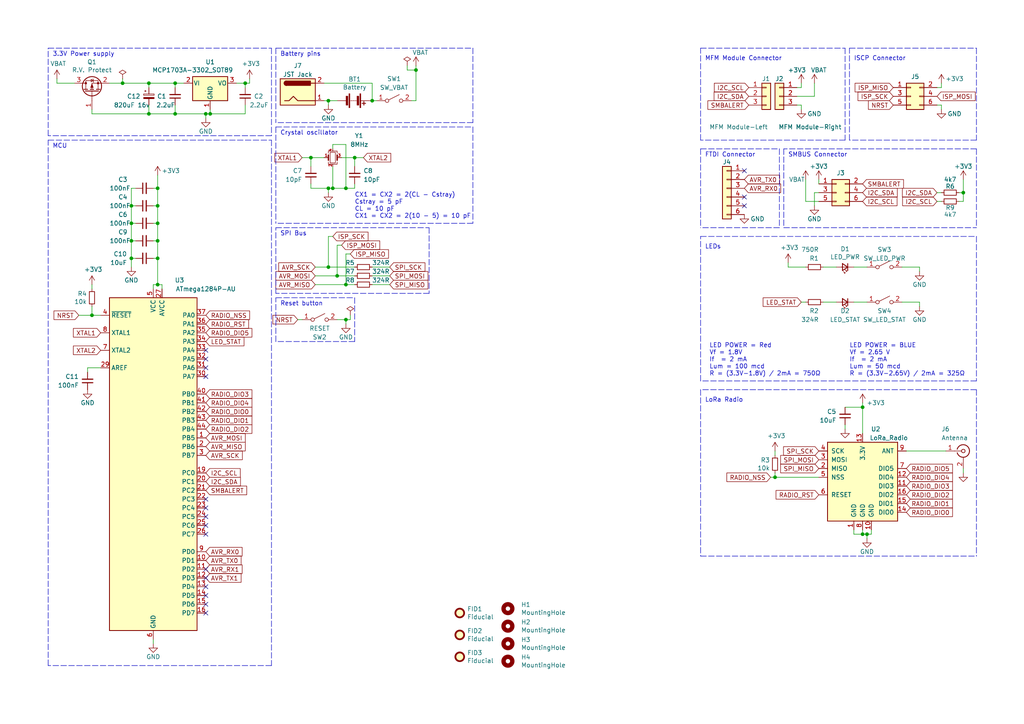
<source format=kicad_sch>
(kicad_sch (version 20211123) (generator eeschema)
  (paper "A4")
  (title_block (title "MFM Brain board") (date "2021-10-23") (rev "v3.6") (company "Senwize B.V."))
  (junction (at 224.79 138.43))
  (junction (at 43.18 33.02))
  (junction (at 96.52 54.61))
  (junction (at 100.33 82.55))
  (junction (at 100.33 54.61))
  (junction (at 43.18 24.13))
  (junction (at 38.1 64.77))
  (junction (at 95.25 54.61))
  (junction (at 38.1 74.93))
  (junction (at 250.19 154.94))
  (junction (at 250.19 118.11))
  (junction (at 50.8 24.13))
  (junction (at 50.8 33.02))
  (junction (at 251.46 154.94))
  (junction (at 45.72 54.61))
  (junction (at 90.17 45.72))
  (junction (at 38.1 69.85))
  (junction (at 102.87 45.72))
  (junction (at 59.69 33.02))
  (junction (at 60.96 33.02))
  (junction (at 45.72 69.85))
  (junction (at 120.65 20.32))
  (junction (at 71.12 24.13))
  (junction (at 45.72 82.55))
  (junction (at 95.25 77.47))
  (junction (at 97.79 80.01))
  (junction (at 35.56 24.13))
  (junction (at 26.67 91.44))
  (junction (at 100.33 92.71))
  (junction (at 45.72 64.77))
  (junction (at 45.72 74.93))
  (junction (at 38.1 59.69))
  (junction (at 279.4 55.88))
  (junction (at 45.72 59.69))
  (junction (at 95.25 29.21))
  (junction (at 107.95 29.21))
  (no_connect (at 215.9 49.53))
  (no_connect (at 59.69 101.6))
  (no_connect (at 59.69 104.14))
  (no_connect (at 59.69 147.32))
  (no_connect (at 59.69 109.22))
  (no_connect (at 215.9 57.15))
  (no_connect (at 59.69 165.1))
  (no_connect (at 59.69 175.26))
  (no_connect (at 59.69 170.18))
  (no_connect (at 59.69 177.8))
  (no_connect (at 59.69 149.86))
  (no_connect (at 215.9 59.69))
  (no_connect (at 59.69 167.64))
  (no_connect (at 59.69 154.94))
  (no_connect (at 59.69 106.68))
  (no_connect (at 59.69 172.72))
  (no_connect (at 59.69 152.4))
  (no_connect (at 59.69 144.78))
  (wire (pts (xy 95.25 77.47) (xy 102.87 77.47)))
  (polyline (pts (xy 80.01 36.83) (xy 80.01 64.77)))
  (wire (pts (xy 45.72 82.55) (xy 46.99 82.55)))
  (wire (pts (xy 107.95 24.13) (xy 107.95 29.21)))
  (wire (pts (xy 261.62 77.47) (xy 266.7 77.47)))
  (wire (pts (xy 236.22 27.94) (xy 236.22 24.13)))
  (polyline (pts (xy 124.46 85.09) (xy 80.01 85.09)))
  (wire (pts (xy 16.51 24.13) (xy 21.59 24.13)))
  (wire (pts (xy 102.87 53.34) (xy 102.87 54.61)))
  (polyline (pts (xy 203.2 13.97) (xy 245.11 13.97)))
  (polyline (pts (xy 80.01 99.06) (xy 80.01 86.36)))
  (wire (pts (xy 232.41 25.4) (xy 231.14 25.4)))
  (wire (pts (xy 100.33 73.66) (xy 100.33 82.55)))
  (wire (pts (xy 93.98 24.13) (xy 107.95 24.13)))
  (wire (pts (xy 102.87 45.72) (xy 102.87 48.26)))
  (wire (pts (xy 45.72 59.69) (xy 44.45 59.69)))
  (wire (pts (xy 38.1 54.61) (xy 38.1 59.69)))
  (wire (pts (xy 252.73 154.94) (xy 252.73 153.67)))
  (wire (pts (xy 224.79 137.16) (xy 224.79 138.43)))
  (wire (pts (xy 50.8 30.48) (xy 50.8 33.02)))
  (wire (pts (xy 271.78 25.4) (xy 273.05 25.4)))
  (wire (pts (xy 39.37 54.61) (xy 38.1 54.61)))
  (wire (pts (xy 45.72 74.93) (xy 45.72 82.55)))
  (wire (pts (xy 105.41 45.72) (xy 102.87 45.72)))
  (wire (pts (xy 271.78 30.48) (xy 273.05 30.48)))
  (wire (pts (xy 59.69 33.02) (xy 60.96 33.02)))
  (polyline (pts (xy 102.87 99.06) (xy 80.01 99.06)))
  (wire (pts (xy 262.89 130.81) (xy 274.32 130.81)))
  (wire (pts (xy 250.19 154.94) (xy 251.46 154.94)))
  (wire (pts (xy 247.65 87.63) (xy 251.46 87.63)))
  (wire (pts (xy 35.56 22.86) (xy 35.56 24.13)))
  (polyline (pts (xy 283.21 113.03) (xy 203.2 113.03)))
  (wire (pts (xy 26.67 31.75) (xy 26.67 33.02)))
  (wire (pts (xy 120.65 20.32) (xy 120.65 19.05)))
  (wire (pts (xy 44.45 185.42) (xy 44.45 186.69)))
  (polyline (pts (xy 78.74 40.64) (xy 78.74 193.04)))
  (wire (pts (xy 96.52 41.91) (xy 100.33 41.91)))
  (wire (pts (xy 279.4 58.42) (xy 278.13 58.42)))
  (wire (pts (xy 99.06 45.72) (xy 102.87 45.72)))
  (wire (pts (xy 90.17 53.34) (xy 90.17 54.61)))
  (wire (pts (xy 118.11 19.05) (xy 118.11 20.32)))
  (wire (pts (xy 261.62 87.63) (xy 266.7 87.63)))
  (wire (pts (xy 50.8 33.02) (xy 59.69 33.02)))
  (polyline (pts (xy 124.46 66.04) (xy 124.46 85.09)))
  (polyline (pts (xy 13.97 193.04) (xy 13.97 40.64)))
  (polyline (pts (xy 102.87 86.36) (xy 102.87 99.06)))
  (wire (pts (xy 251.46 77.47) (xy 247.65 77.47)))
  (polyline (pts (xy 283.21 68.58) (xy 283.21 110.49)))
  (wire (pts (xy 95.25 54.61) (xy 96.52 54.61)))
  (polyline (pts (xy 203.2 161.29) (xy 283.21 161.29)))
  (polyline (pts (xy 78.74 13.97) (xy 78.74 39.37)))
  (wire (pts (xy 35.56 24.13) (xy 43.18 24.13)))
  (wire (pts (xy 97.79 80.01) (xy 102.87 80.01)))
  (wire (pts (xy 232.41 24.13) (xy 232.41 25.4)))
  (wire (pts (xy 38.1 59.69) (xy 38.1 64.77)))
  (wire (pts (xy 232.41 31.75) (xy 232.41 30.48)))
  (wire (pts (xy 46.99 82.55) (xy 46.99 83.82)))
  (wire (pts (xy 247.65 154.94) (xy 247.65 153.67)))
  (wire (pts (xy 250.19 116.84) (xy 250.19 118.11)))
  (wire (pts (xy 271.78 55.88) (xy 273.05 55.88)))
  (wire (pts (xy 250.19 153.67) (xy 250.19 154.94)))
  (wire (pts (xy 266.7 87.63) (xy 266.7 88.9)))
  (wire (pts (xy 22.86 91.44) (xy 26.67 91.44)))
  (wire (pts (xy 237.49 55.88) (xy 236.22 55.88)))
  (wire (pts (xy 96.52 43.18) (xy 96.52 41.91)))
  (wire (pts (xy 231.14 27.94) (xy 236.22 27.94)))
  (polyline (pts (xy 246.38 40.64) (xy 246.38 13.97)))
  (wire (pts (xy 59.69 33.02) (xy 59.69 34.29)))
  (wire (pts (xy 101.6 91.44) (xy 101.6 92.71)))
  (wire (pts (xy 39.37 74.93) (xy 38.1 74.93)))
  (wire (pts (xy 38.1 69.85) (xy 38.1 74.93)))
  (wire (pts (xy 95.25 29.21) (xy 95.25 30.48)))
  (polyline (pts (xy 80.01 66.04) (xy 124.46 66.04)))
  (wire (pts (xy 97.79 92.71) (xy 100.33 92.71)))
  (wire (pts (xy 93.98 45.72) (xy 90.17 45.72)))
  (wire (pts (xy 119.38 29.21) (xy 120.65 29.21)))
  (wire (pts (xy 279.4 55.88) (xy 278.13 55.88)))
  (polyline (pts (xy 13.97 13.97) (xy 78.74 13.97)))
  (polyline (pts (xy 226.06 66.04) (xy 203.2 66.04)))
  (polyline (pts (xy 80.01 13.97) (xy 137.16 13.97)))
  (wire (pts (xy 26.67 91.44) (xy 29.21 91.44)))
  (wire (pts (xy 43.18 33.02) (xy 50.8 33.02)))
  (wire (pts (xy 251.46 156.21) (xy 251.46 154.94)))
  (wire (pts (xy 224.79 138.43) (xy 223.52 138.43)))
  (polyline (pts (xy 78.74 39.37) (xy 13.97 39.37)))
  (wire (pts (xy 233.68 87.63) (xy 232.41 87.63)))
  (wire (pts (xy 279.4 135.89) (xy 279.4 137.16)))
  (polyline (pts (xy 245.11 13.97) (xy 245.11 40.64)))
  (wire (pts (xy 71.12 30.48) (xy 71.12 33.02)))
  (polyline (pts (xy 203.2 43.18) (xy 203.2 66.04)))
  (wire (pts (xy 224.79 138.43) (xy 237.49 138.43)))
  (wire (pts (xy 279.4 52.07) (xy 279.4 55.88)))
  (wire (pts (xy 273.05 30.48) (xy 273.05 31.75)))
  (wire (pts (xy 107.95 77.47) (xy 113.03 77.47)))
  (wire (pts (xy 16.51 22.86) (xy 16.51 24.13)))
  (wire (pts (xy 90.17 54.61) (xy 95.25 54.61)))
  (wire (pts (xy 44.45 64.77) (xy 45.72 64.77)))
  (polyline (pts (xy 137.16 36.83) (xy 137.16 64.77)))
  (wire (pts (xy 97.79 71.12) (xy 97.79 80.01)))
  (wire (pts (xy 100.33 73.66) (xy 101.6 73.66)))
  (wire (pts (xy 238.76 87.63) (xy 242.57 87.63)))
  (wire (pts (xy 44.45 54.61) (xy 45.72 54.61)))
  (polyline (pts (xy 80.01 86.36) (xy 102.87 86.36)))
  (wire (pts (xy 120.65 20.32) (xy 120.65 29.21)))
  (wire (pts (xy 95.25 55.88) (xy 95.25 54.61)))
  (wire (pts (xy 245.11 123.19) (xy 245.11 124.46)))
  (wire (pts (xy 44.45 74.93) (xy 45.72 74.93)))
  (wire (pts (xy 228.6 76.2) (xy 228.6 77.47)))
  (polyline (pts (xy 203.2 43.18) (xy 226.06 43.18)))
  (wire (pts (xy 251.46 154.94) (xy 252.73 154.94)))
  (polyline (pts (xy 245.11 40.64) (xy 203.2 40.64)))
  (wire (pts (xy 273.05 25.4) (xy 273.05 24.13)))
  (wire (pts (xy 250.19 154.94) (xy 247.65 154.94)))
  (wire (pts (xy 90.17 45.72) (xy 90.17 48.26)))
  (wire (pts (xy 25.4 106.68) (xy 25.4 107.95)))
  (wire (pts (xy 38.1 64.77) (xy 38.1 69.85)))
  (wire (pts (xy 43.18 24.13) (xy 50.8 24.13)))
  (wire (pts (xy 90.17 45.72) (xy 87.63 45.72)))
  (polyline (pts (xy 227.33 66.04) (xy 283.21 66.04)))
  (wire (pts (xy 96.52 54.61) (xy 100.33 54.61)))
  (wire (pts (xy 228.6 77.47) (xy 233.68 77.47)))
  (wire (pts (xy 100.33 54.61) (xy 102.87 54.61)))
  (wire (pts (xy 38.1 64.77) (xy 39.37 64.77)))
  (wire (pts (xy 100.33 41.91) (xy 100.33 54.61)))
  (wire (pts (xy 96.52 68.58) (xy 95.25 68.58)))
  (wire (pts (xy 45.72 54.61) (xy 45.72 59.69)))
  (wire (pts (xy 266.7 77.47) (xy 266.7 78.74)))
  (wire (pts (xy 72.39 24.13) (xy 72.39 22.86)))
  (wire (pts (xy 120.65 20.32) (xy 118.11 20.32)))
  (wire (pts (xy 50.8 24.13) (xy 50.8 25.4)))
  (wire (pts (xy 237.49 58.42) (xy 233.68 58.42)))
  (wire (pts (xy 25.4 106.68) (xy 29.21 106.68)))
  (wire (pts (xy 44.45 69.85) (xy 45.72 69.85)))
  (polyline (pts (xy 203.2 113.03) (xy 203.2 161.29)))
  (wire (pts (xy 53.34 24.13) (xy 50.8 24.13)))
  (wire (pts (xy 45.72 69.85) (xy 45.72 74.93)))
  (wire (pts (xy 68.58 24.13) (xy 71.12 24.13)))
  (polyline (pts (xy 80.01 85.09) (xy 80.01 66.04)))
  (wire (pts (xy 250.19 118.11) (xy 250.19 125.73)))
  (wire (pts (xy 100.33 92.71) (xy 100.33 93.98)))
  (polyline (pts (xy 283.21 40.64) (xy 246.38 40.64)))
  (wire (pts (xy 43.18 25.4) (xy 43.18 24.13)))
  (wire (pts (xy 91.44 80.01) (xy 97.79 80.01)))
  (polyline (pts (xy 283.21 113.03) (xy 283.21 161.29)))
  (polyline (pts (xy 13.97 40.64) (xy 78.74 40.64)))
  (polyline (pts (xy 78.74 193.04) (xy 13.97 193.04)))
  (wire (pts (xy 232.41 30.48) (xy 231.14 30.48)))
  (wire (pts (xy 44.45 82.55) (xy 45.72 82.55)))
  (wire (pts (xy 86.36 92.71) (xy 87.63 92.71)))
  (wire (pts (xy 91.44 77.47) (xy 95.25 77.47)))
  (polyline (pts (xy 203.2 110.49) (xy 203.2 68.58)))
  (wire (pts (xy 279.4 55.88) (xy 279.4 58.42)))
  (polyline (pts (xy 283.21 13.97) (xy 283.21 40.64)))
  (wire (pts (xy 31.75 24.13) (xy 35.56 24.13)))
  (wire (pts (xy 45.72 64.77) (xy 45.72 69.85)))
  (polyline (pts (xy 80.01 36.83) (xy 137.16 36.83)))
  (polyline (pts (xy 227.33 43.18) (xy 227.33 66.04)))
  (polyline (pts (xy 137.16 64.77) (xy 80.01 64.77)))
  (wire (pts (xy 45.72 64.77) (xy 45.72 59.69)))
  (polyline (pts (xy 137.16 35.56) (xy 80.01 35.56)))
  (wire (pts (xy 245.11 118.11) (xy 250.19 118.11)))
  (wire (pts (xy 107.95 82.55) (xy 113.03 82.55)))
  (wire (pts (xy 96.52 48.26) (xy 96.52 54.61)))
  (polyline (pts (xy 283.21 110.49) (xy 203.2 110.49)))
  (wire (pts (xy 271.78 58.42) (xy 273.05 58.42)))
  (wire (pts (xy 93.98 29.21) (xy 95.25 29.21)))
  (wire (pts (xy 109.22 29.21) (xy 107.95 29.21)))
  (wire (pts (xy 242.57 77.47) (xy 238.76 77.47)))
  (polyline (pts (xy 80.01 13.97) (xy 80.01 35.56)))
  (polyline (pts (xy 283.21 43.18) (xy 227.33 43.18)))
  (wire (pts (xy 38.1 74.93) (xy 38.1 77.47)))
  (wire (pts (xy 39.37 59.69) (xy 38.1 59.69)))
  (polyline (pts (xy 283.21 43.18) (xy 283.21 66.04)))
  (wire (pts (xy 71.12 24.13) (xy 72.39 24.13)))
  (polyline (pts (xy 13.97 39.37) (xy 13.97 13.97)))
  (polyline (pts (xy 203.2 68.58) (xy 283.21 68.58)))
  (wire (pts (xy 100.33 82.55) (xy 102.87 82.55)))
  (wire (pts (xy 237.49 52.07) (xy 237.49 53.34)))
  (wire (pts (xy 99.06 71.12) (xy 97.79 71.12)))
  (polyline (pts (xy 137.16 13.97) (xy 137.16 35.56)))
  (wire (pts (xy 39.37 69.85) (xy 38.1 69.85)))
  (wire (pts (xy 60.96 33.02) (xy 71.12 33.02)))
  (polyline (pts (xy 246.38 13.97) (xy 283.21 13.97)))
  (wire (pts (xy 44.45 83.82) (xy 44.45 82.55)))
  (wire (pts (xy 71.12 24.13) (xy 71.12 25.4)))
  (wire (pts (xy 113.03 80.01) (xy 107.95 80.01)))
  (wire (pts (xy 60.96 33.02) (xy 60.96 31.75)))
  (wire (pts (xy 26.67 82.55) (xy 26.67 83.82)))
  (wire (pts (xy 26.67 33.02) (xy 43.18 33.02)))
  (wire (pts (xy 26.67 88.9) (xy 26.67 91.44)))
  (wire (pts (xy 95.25 29.21) (xy 97.79 29.21)))
  (polyline (pts (xy 226.06 43.18) (xy 226.06 66.04)))
  (wire (pts (xy 101.6 92.71) (xy 100.33 92.71)))
  (wire (pts (xy 233.68 52.07) (xy 233.68 58.42)))
  (polyline (pts (xy 203.2 40.64) (xy 203.2 13.97)))
  (wire (pts (xy 45.72 50.8) (xy 45.72 54.61)))
  (wire (pts (xy 43.18 30.48) (xy 43.18 33.02)))
  (wire (pts (xy 91.44 82.55) (xy 100.33 82.55)))
  (wire (pts (xy 95.25 68.58) (xy 95.25 77.47)))
  (wire (pts (xy 224.79 130.81) (xy 224.79 132.08)))
  (wire (pts (xy 236.22 55.88) (xy 236.22 59.69)))
  (text "LED POWER = BLUE\nVf = 2.65 V\nIf  = 2 mA\nLum = 50 mcd\nR = (3.3V-2.65V) / 2mA = 325Ω" (at 246.38 109.22 0) (effects (font (size 1.27 1.27)) (justify left bottom)))
  (text "LEDs" (at 204.47 72.39 0) (effects (font (size 1.27 1.27)) (justify left bottom)))
  (text "3.3V Power supply" (at 15.24 16.51 0) (effects (font (size 1.27 1.27)) (justify left bottom)))
  (text "SPI Bus" (at 81.28 68.58 0) (effects (font (size 1.27 1.27)) (justify left bottom)))
  (text "LoRa Radio" (at 204.47 116.84 0) (effects (font (size 1.27 1.27)) (justify left bottom)))
  (text "Crystal oscillator" (at 81.28 39.37 0) (effects (font (size 1.27 1.27)) (justify left bottom)))
  (text "ISCP Connector" (at 247.65 17.78 0) (effects (font (size 1.27 1.27)) (justify left bottom)))
  (text "CX1 = CX2 = 2(CL - Cstray)\nCstray = 5 pF\nCL = 10 pF\nCX1 = CX2 = 2(10 - 5) = 10 pF" (at 102.87 63.5 0) (effects (font (size 1.27 1.27)) (justify left bottom)))
  (text "Battery pins" (at 81.28 16.51 0) (effects (font (size 1.27 1.27)) (justify left bottom)))
  (text "Reset button" (at 81.28 88.9 0) (effects (font (size 1.27 1.27)) (justify left bottom)))
  (text "FTDI Connector" (at 204.47 45.72 0) (effects (font (size 1.27 1.27)) (justify left bottom)))
  (text "LED POWER = Red\nVf = 1.8V\nIf  = 2 mA\nLum = 100 mcd\nR = (3.3V-1.8V) / 2mA = 750Ω" (at 205.74 109.22 0) (effects (font (size 1.27 1.27)) (justify left bottom)))
  (text "SMBUS Connector" (at 228.6 45.72 0) (effects (font (size 1.27 1.27)) (justify left bottom)))
  (text "MCU" (at 15.24 43.18 0) (effects (font (size 1.27 1.27)) (justify left bottom)))
  (text "MFM Module Connector" (at 204.47 17.78 0) (effects (font (size 1.27 1.27)) (justify left bottom)))
  (global_label "ISP_SCK" (shape input) (at 259.08 27.94 180) (property "Intersheet References" "${INTERSHEET_REFS}" (effects hide)))
  (global_label "SPI_MOSI" (shape input) (at 113.03 80.01 0) (property "Intersheet References" "${INTERSHEET_REFS}" (effects hide)))
  (global_label "XTAL1" (shape input) (at 29.21 96.52 180) (property "Intersheet References" "${INTERSHEET_REFS}" (effects hide)))
  (global_label "I2C_SCL" (shape input) (at 271.78 58.42 180) (property "Intersheet References" "${INTERSHEET_REFS}" (effects hide)))
  (global_label "AVR_RX0" (shape input) (at 215.9 54.61 0) (property "Intersheet References" "${INTERSHEET_REFS}" (effects hide)))
  (global_label "RADIO_DIO5" (shape input) (at 262.89 135.89 0) (property "Intersheet References" "${INTERSHEET_REFS}" (effects hide)))
  (global_label "I2C_SDA" (shape input) (at 59.69 139.7 0) (property "Intersheet References" "${INTERSHEET_REFS}" (effects hide)))
  (global_label "ISP_MOSI" (shape input) (at 99.06 71.12 0) (property "Intersheet References" "${INTERSHEET_REFS}" (effects hide)))
  (global_label "NRST" (shape input) (at 86.36 92.71 180) (property "Intersheet References" "${INTERSHEET_REFS}" (effects hide)))
  (global_label "RADIO_NSS" (shape input) (at 59.69 91.44 0) (property "Intersheet References" "${INTERSHEET_REFS}" (effects hide)))
  (global_label "LED_STAT" (shape input) (at 59.69 99.06 0) (property "Intersheet References" "${INTERSHEET_REFS}" (effects hide)))
  (global_label "RADIO_DIO5" (shape input) (at 59.69 96.52 0) (property "Intersheet References" "${INTERSHEET_REFS}" (effects hide)))
  (global_label "ISP_MISO" (shape input) (at 259.08 25.4 180) (property "Intersheet References" "${INTERSHEET_REFS}" (effects hide)))
  (global_label "RADIO_NSS" (shape input) (at 223.52 138.43 180) (property "Intersheet References" "${INTERSHEET_REFS}" (effects hide)))
  (global_label "SMBALERT" (shape input) (at 250.19 53.34 0) (property "Intersheet References" "${INTERSHEET_REFS}" (effects hide)))
  (global_label "SMBALERT" (shape input) (at 217.17 30.48 180) (property "Intersheet References" "${INTERSHEET_REFS}" (effects hide)))
  (global_label "AVR_TX0" (shape input) (at 215.9 52.07 0) (property "Intersheet References" "${INTERSHEET_REFS}" (effects hide)))
  (global_label "RADIO_DIO2" (shape input) (at 59.69 124.46 0) (property "Intersheet References" "${INTERSHEET_REFS}" (effects hide)))
  (global_label "ISP_MISO" (shape input) (at 101.6 73.66 0) (property "Intersheet References" "${INTERSHEET_REFS}" (effects hide)))
  (global_label "XTAL2" (shape input) (at 29.21 101.6 180) (property "Intersheet References" "${INTERSHEET_REFS}" (effects hide)))
  (global_label "RADIO_RST" (shape input) (at 237.49 143.51 180) (property "Intersheet References" "${INTERSHEET_REFS}" (effects hide)))
  (global_label "RADIO_DIO3" (shape input) (at 59.69 114.3 0) (property "Intersheet References" "${INTERSHEET_REFS}" (effects hide)))
  (global_label "RADIO_DIO3" (shape input) (at 262.89 140.97 0) (property "Intersheet References" "${INTERSHEET_REFS}" (effects hide)))
  (global_label "AVR_MISO" (shape input) (at 91.44 82.55 180) (property "Intersheet References" "${INTERSHEET_REFS}" (effects hide)))
  (global_label "RADIO_DIO2" (shape input) (at 262.89 143.51 0) (property "Intersheet References" "${INTERSHEET_REFS}" (effects hide)))
  (global_label "AVR_RX1" (shape input) (at 59.69 165.1 0) (property "Intersheet References" "${INTERSHEET_REFS}" (effects hide)))
  (global_label "RADIO_DIO0" (shape input) (at 262.89 148.59 0) (property "Intersheet References" "${INTERSHEET_REFS}" (effects hide)))
  (global_label "AVR_MOSI" (shape input) (at 91.44 80.01 180) (property "Intersheet References" "${INTERSHEET_REFS}" (effects hide)))
  (global_label "XTAL1" (shape input) (at 87.63 45.72 180) (property "Intersheet References" "${INTERSHEET_REFS}" (effects hide)))
  (global_label "SPI_MISO" (shape input) (at 237.49 135.89 180) (property "Intersheet References" "${INTERSHEET_REFS}" (effects hide)))
  (global_label "SMBALERT" (shape input) (at 59.69 142.24 0) (property "Intersheet References" "${INTERSHEET_REFS}" (effects hide)))
  (global_label "NRST" (shape input) (at 259.08 30.48 180) (property "Intersheet References" "${INTERSHEET_REFS}" (effects hide)))
  (global_label "SPI_MOSI" (shape input) (at 237.49 133.35 180) (property "Intersheet References" "${INTERSHEET_REFS}" (effects hide)))
  (global_label "AVR_MOSI" (shape input) (at 59.69 127 0) (property "Intersheet References" "${INTERSHEET_REFS}" (effects hide)))
  (global_label "RADIO_DIO1" (shape input) (at 262.89 146.05 0) (property "Intersheet References" "${INTERSHEET_REFS}" (effects hide)))
  (global_label "RADIO_DIO4" (shape input) (at 59.69 116.84 0) (property "Intersheet References" "${INTERSHEET_REFS}" (effects hide)))
  (global_label "AVR_TX1" (shape input) (at 59.69 167.64 0) (property "Intersheet References" "${INTERSHEET_REFS}" (effects hide)))
  (global_label "RADIO_DIO1" (shape input) (at 59.69 121.92 0) (property "Intersheet References" "${INTERSHEET_REFS}" (effects hide)))
  (global_label "SPI_SCK" (shape input) (at 113.03 77.47 0) (property "Intersheet References" "${INTERSHEET_REFS}" (effects hide)))
  (global_label "RADIO_RST" (shape input) (at 59.69 93.98 0) (property "Intersheet References" "${INTERSHEET_REFS}" (effects hide)))
  (global_label "I2C_SCL" (shape input) (at 59.69 137.16 0) (property "Intersheet References" "${INTERSHEET_REFS}" (effects hide)))
  (global_label "RADIO_DIO0" (shape input) (at 59.69 119.38 0) (property "Intersheet References" "${INTERSHEET_REFS}" (effects hide)))
  (global_label "SPI_MISO" (shape input) (at 113.03 82.55 0) (property "Intersheet References" "${INTERSHEET_REFS}" (effects hide)))
  (global_label "XTAL2" (shape input) (at 105.41 45.72 0) (property "Intersheet References" "${INTERSHEET_REFS}" (effects hide)))
  (global_label "LED_STAT" (shape input) (at 232.41 87.63 180) (property "Intersheet References" "${INTERSHEET_REFS}" (effects hide)))
  (global_label "AVR_TX0" (shape input) (at 59.69 162.56 0) (property "Intersheet References" "${INTERSHEET_REFS}" (effects hide)))
  (global_label "ISP_SCK" (shape input) (at 96.52 68.58 0) (property "Intersheet References" "${INTERSHEET_REFS}" (effects hide)))
  (global_label "AVR_SCK" (shape input) (at 91.44 77.47 180) (property "Intersheet References" "${INTERSHEET_REFS}" (effects hide)))
  (global_label "SPI_SCK" (shape input) (at 237.49 130.81 180) (property "Intersheet References" "${INTERSHEET_REFS}" (effects hide)))
  (global_label "I2C_SDA" (shape input) (at 271.78 55.88 180) (property "Intersheet References" "${INTERSHEET_REFS}" (effects hide)))
  (global_label "NRST" (shape input) (at 22.86 91.44 180) (property "Intersheet References" "${INTERSHEET_REFS}" (effects hide)))
  (global_label "AVR_SCK" (shape input) (at 59.69 132.08 0) (property "Intersheet References" "${INTERSHEET_REFS}" (effects hide)))
  (global_label "AVR_RX0" (shape input) (at 59.69 160.02 0) (property "Intersheet References" "${INTERSHEET_REFS}" (effects hide)))
  (global_label "I2C_SDA" (shape input) (at 217.17 27.94 180) (property "Intersheet References" "${INTERSHEET_REFS}" (effects hide)))
  (global_label "I2C_SCL" (shape input) (at 217.17 25.4 180) (property "Intersheet References" "${INTERSHEET_REFS}" (effects hide)))
  (global_label "I2C_SCL" (shape input) (at 250.19 58.42 0) (property "Intersheet References" "${INTERSHEET_REFS}" (effects hide)))
  (global_label "ISP_MOSI" (shape input) (at 271.78 27.94 0) (property "Intersheet References" "${INTERSHEET_REFS}" (effects hide)))
  (global_label "AVR_MISO" (shape input) (at 59.69 129.54 0) (property "Intersheet References" "${INTERSHEET_REFS}" (effects hide)))
  (global_label "RADIO_DIO4" (shape input) (at 262.89 138.43 0) (property "Intersheet References" "${INTERSHEET_REFS}" (effects hide)))
  (global_label "I2C_SDA" (shape input) (at 250.19 55.88 0) (property "Intersheet References" "${INTERSHEET_REFS}" (effects hide)))
  (symbol (lib_id "MCU_Microchip_ATmega:ATmega1284P-AU") (at 44.45 134.62 0) (unit 1)
    (property "Reference" "U3" (at 52.07 81.28 0))
    (property "Value" "ATmega1284P-AU" (at 59.69 83.82 0))
    (property "Footprint" "Package_QFP:TQFP-44_10x10mm_P0.8mm" (effects hide))
    (property "Datasheet" "http://ww1.microchip.com/downloads/en/DeviceDoc/Atmel-8272-8-bit-AVR-microcontroller-ATmega164A_PA-324A_PA-644A_PA-1284_P_datasheet.pdf" (effects hide))
    (property "LCSC" "C33575" (effects hide))
    (property "MFR" "Microchip Technology / Atmel" (effects hide))
    (property "MFR#" "ATMEGA1284P-AUR" (effects hide))
  )
  (symbol (lib_id "Device:R_Small") (at 26.67 86.36 0) (mirror x) (unit 1)
    (property "Reference" "R4" (at 25.1968 85.1916 0) (effects (justify right)))
    (property "Value" "10k" (at 25.1968 87.503 0) (effects (justify right)))
    (property "Footprint" "custom_library_FP:R_0603_1608Metric_CRCW...C" (effects hide))
    (property "LCSC" "C25804" (effects hide))
    (property "MFR" "Vishay" (effects hide))
    (property "MFR#" "RCC060310K0FKEA" (effects hide))
    (property "LCSC_MFR" "UNI-ROYAL(Uniroyal Elec)" (effects hide))
    (property "LCSC_MFR#" "0603WAF1002T5E" (effects hide))
  )
  (symbol (lib_id "Device:C_Small") (at 41.91 69.85 90) (mirror x) (unit 1)
    (property "Reference" "C9" (at 34.29 67.31 90) (effects (justify right)))
    (property "Value" "100nF" (at 31.75 69.85 90) (effects (justify right)))
    (property "Footprint" "Capacitor_SMD:C_0603_1608Metric" (effects hide))
    (property "LCSC" "C14663" (effects hide))
    (property "LCSC_MFR#" "CC0603KRX7R9BB104" (effects hide))
    (property "MFR" "TDK" (effects hide))
    (property "MFR#" "C1608X7R1E104K080AA" (effects hide))
    (property "LCSC_MFR" "YAGEO" (effects hide))
  )
  (symbol (lib_id "power:GND") (at 38.1 77.47 0) (unit 1)
    (property "Reference" "#PWR030" (effects hide))
    (property "Value" "GND" (at 38.1 81.28 0))
  )
  (symbol (lib_id "Device:C_Small") (at 41.91 74.93 270) (mirror x) (unit 1)
    (property "Reference" "C10" (at 36.83 73.66 90) (effects (justify right)))
    (property "Value" "10uF" (at 36.83 76.2 90) (effects (justify right)))
    (property "Footprint" "Capacitor_SMD:C_0805_2012Metric_GRM21BR61E106MA73L" (effects hide))
    (property "LCSC" "C15850" (effects hide))
    (property "LCSC_MFR" "Samsung Electro-Mechanics" (effects hide))
    (property "LCSC_MFR#" "CL21A106KAYNNNE" (effects hide))
    (property "MFR" "Murata" (effects hide))
    (property "MFR#" "GRM21BR61E106MA73L" (effects hide))
  )
  (symbol (lib_id "Device:C_Small") (at 102.87 50.8 180) (unit 1)
    (property "Reference" "C8" (at 105.41 49.53 0) (effects (justify right)))
    (property "Value" "10pF" (at 105.41 52.07 0) (effects (justify right)))
    (property "Footprint" "Capacitor_SMD:C_0603_1608Metric" (effects hide))
    (property "LCSC" "C1648" (effects hide))
    (property "LCSC_MFR" "Samsung Electro-Mechanics" (effects hide))
    (property "LCSC_MFR#" "CL10C200JB8NNNC" (effects hide))
    (property "MFR" "Murata" (effects hide))
    (property "MFR#" "GRT0335C1E100GA02D" (effects hide))
  )
  (symbol (lib_id "Device:C_Small") (at 90.17 50.8 0) (mirror x) (unit 1)
    (property "Reference" "C7" (at 87.63 49.53 0) (effects (justify right)))
    (property "Value" "10pF" (at 87.63 52.07 0) (effects (justify right)))
    (property "Footprint" "Capacitor_SMD:C_0603_1608Metric" (effects hide))
    (property "LCSC" "C1648" (effects hide))
    (property "LCSC_MFR" "Samsung Electro-Mechanics" (effects hide))
    (property "LCSC_MFR#" "CL10C200JB8NNNC" (effects hide))
    (property "MFR" "Murata" (effects hide))
    (property "MFR#" "GRT0335C1E100GA02D" (effects hide))
  )
  (symbol (lib_id "power:GND") (at 95.25 55.88 0) (unit 1)
    (property "Reference" "#PWR027" (effects hide))
    (property "Value" "GND" (at 95.25 59.69 0))
  )
  (symbol (lib_id "power:GND") (at 273.05 31.75 0) (unit 1)
    (property "Reference" "#PWR023" (effects hide))
    (property "Value" "GND" (at 276.86 33.02 0))
  )
  (symbol (lib_id "Device:R_Small") (at 105.41 77.47 90) (mirror x) (unit 1)
    (property "Reference" "R5" (at 102.87 76.2 90) (effects (justify left)))
    (property "Value" "324R" (at 113.03 76.2 90) (effects (justify left)))
    (property "Footprint" "custom_library_FP:R_0603_1608Metric_CRCW...C" (effects hide))
    (property "LCSC" "C227819" (effects hide))
    (property "MFR" "Vishay" (effects hide))
    (property "MFR#" "CRCW0603324RFKEA" (effects hide))
    (property "LCSC_MFR" "YAGEO" (effects hide))
    (property "LCSC_MFR#" "AC0603FR-07324RL" (effects hide))
  )
  (symbol (lib_id "Device:R_Small") (at 105.41 80.01 90) (mirror x) (unit 1)
    (property "Reference" "R7" (at 102.87 78.74 90) (effects (justify left)))
    (property "Value" "324R" (at 113.03 78.74 90) (effects (justify left)))
    (property "Footprint" "custom_library_FP:R_0603_1608Metric_CRCW...C" (effects hide))
    (property "LCSC" "C227819" (effects hide))
    (property "MFR" "Vishay" (effects hide))
    (property "MFR#" "CRCW0603324RFKEA" (effects hide))
    (property "LCSC_MFR" "YAGEO" (effects hide))
    (property "LCSC_MFR#" "AC0603FR-07324RL" (effects hide))
  )
  (symbol (lib_id "Device:R_Small") (at 105.41 82.55 90) (mirror x) (unit 1)
    (property "Reference" "R8" (at 102.87 81.28 90) (effects (justify left)))
    (property "Value" "324R" (at 113.03 81.28 90) (effects (justify left)))
    (property "Footprint" "custom_library_FP:R_0603_1608Metric_CRCW...C" (effects hide))
    (property "LCSC" "C227819" (effects hide))
    (property "MFR" "Vishay" (effects hide))
    (property "MFR#" "CRCW0603324RFKEA" (effects hide))
    (property "LCSC_MFR" "YAGEO" (effects hide))
    (property "LCSC_MFR#" "AC0603FR-07324RL" (effects hide))
  )
  (symbol (lib_id "Switch:SW_SPST") (at 92.71 92.71 0) (unit 1)
    (property "Reference" "SW2" (at 92.71 97.79 0))
    (property "Value" "RESET" (at 92.71 95.25 0))
    (property "Footprint" "custom_library_FP:SW_SPST_PTS636" (effects hide))
    (property "LCSC" "C720477" (effects hide))
    (property "LCSC_FOOTPRINT" "custom_library_FP:SW_SPST_JLC" (effects hide))
    (property "LCSC_MFR" "XUNPU" (effects hide))
    (property "LCSC_MFR#" "TS-1088-AR02016" (effects hide))
    (property "MFR" "C&K" (effects hide))
    (property "MFR#" "PTS636 SM43 SMTR LFS" (effects hide))
  )
  (symbol (lib_id "power:GND") (at 100.33 93.98 0) (unit 1)
    (property "Reference" "#PWR0109" (effects hide))
    (property "Value" "GND" (at 100.33 97.79 0))
  )
  (symbol (lib_id "power:GND") (at 215.9 62.23 0) (unit 1)
    (property "Reference" "#PWR025" (effects hide))
    (property "Value" "GND" (at 219.71 63.5 0))
  )
  (symbol (lib_id "Device:C_Small") (at 50.8 27.94 0) (mirror x) (unit 1)
    (property "Reference" "C1" (at 48.26 27.94 0) (effects (justify right)))
    (property "Value" "2.2uF" (at 50.8 30.48 0) (effects (justify right)))
    (property "Footprint" "Capacitor_SMD:C_0603_1608Metric" (effects hide))
    (property "LCSC" "C23630" (effects hide))
    (property "MFR" "TDK" (effects hide))
    (property "MFR#" "C1608X7R1A225K080AE" (effects hide))
    (property "LCSC_MFR" "Samsung Electro-Mechanics" (effects hide))
    (property "LCSC_MFR#" "CL10A225KO8NNNC" (effects hide))
  )
  (symbol (lib_id "Device:C_Small") (at 71.12 27.94 180) (unit 1)
    (property "Reference" "C2" (at 73.66 27.94 0) (effects (justify right)))
    (property "Value" "2.2uF" (at 72.39 30.48 0) (effects (justify right)))
    (property "Footprint" "Capacitor_SMD:C_0603_1608Metric" (effects hide))
    (property "LCSC" "C23630" (effects hide))
    (property "MFR" "TDK" (effects hide))
    (property "MFR#" "C1608X7R1A225K080AE" (effects hide))
    (property "LCSC_MFR" "Samsung Electro-Mechanics" (effects hide))
    (property "LCSC_MFR#" "CL10A225KO8NNNC" (effects hide))
  )
  (symbol (lib_id "power:GND") (at 59.69 34.29 0) (unit 1)
    (property "Reference" "#PWR017" (effects hide))
    (property "Value" "GND" (at 59.69 38.1 0))
  )
  (symbol (lib_id "power:+3.3V") (at 26.67 82.55 0) (unit 1)
    (property "Reference" "#PWR031" (effects hide))
    (property "Value" "+3.3V" (at 27.051 78.1558 0))
  )
  (symbol (lib_id "power:+3.3V") (at 273.05 24.13 0) (unit 1)
    (property "Reference" "#PWR019" (effects hide))
    (property "Value" "+3.3V" (at 276.86 22.86 0))
  )
  (symbol (lib_id "Device:C_Small") (at 25.4 110.49 0) (mirror x) (unit 1)
    (property "Reference" "C11" (at 22.86 109.22 0) (effects (justify right)))
    (property "Value" "100nF" (at 22.86 111.76 0) (effects (justify right)))
    (property "Footprint" "Capacitor_SMD:C_0603_1608Metric" (effects hide))
    (property "LCSC" "C14663" (effects hide))
    (property "LCSC_MFR#" "CC0603KRX7R9BB104" (effects hide))
    (property "MFR" "TDK" (effects hide))
    (property "MFR#" "C1608X7R1E104K080AA" (effects hide))
    (property "LCSC_MFR" "YAGEO" (effects hide))
  )
  (symbol (lib_id "power:GND") (at 25.4 113.03 0) (unit 1)
    (property "Reference" "#PWR033" (effects hide))
    (property "Value" "GND" (at 25.4 116.84 0))
  )
  (symbol (lib_id "power:+3.3V") (at 72.39 22.86 0) (unit 1)
    (property "Reference" "#PWR07" (effects hide))
    (property "Value" "+3.3V" (at 72.771 18.4658 0))
  )
  (symbol (lib_id "Switch:SW_SPST") (at 114.3 29.21 0) (unit 1)
    (property "Reference" "SW1" (at 114.3 22.86 0))
    (property "Value" "SW_VBAT" (at 114.3 25.4 0))
    (property "Footprint" "Connector_PinHeader_2.54mm:PinHeader_1x02_P2.54mm_Vertical" (effects hide))
    (property "LCSC" "C160332" (effects hide))
    (property "MFR" "Preci-dip" (effects hide))
    (property "MFR#" "800-10-002-10-002101" (effects hide))
  )
  (symbol (lib_id "Mechanical:MountingHole") (at 147.32 191.77 270) (unit 1)
    (property "Reference" "H4" (at 151.13 190.6016 90) (effects (justify left)))
    (property "Value" "MountingHole" (at 151.13 192.913 90) (effects (justify left)))
    (property "Footprint" "MountingHole:MountingHole_2.7mm_M2.5_DIN965" (effects hide))
  )
  (symbol (lib_id "Device:LED_Small") (at 245.11 77.47 180) (unit 1)
    (property "Reference" "D1" (at 245.11 72.2122 0))
    (property "Value" "LED_PWR" (at 245.11 74.5236 0))
    (property "Footprint" "custom_library_FP:LED_0805_2012Metric_APT2012LSECK" (effects hide))
    (property "LCSC" "C84256" (effects hide))
    (property "MFR" "Kingbright" (effects hide))
    (property "MFR#" "APT2012LSECK/J3-PRV" (effects hide))
    (property "LCSC_MFR" "Foshan NationStar Optoelectronics" (effects hide))
    (property "LCSC_MFR#" "NCD0805R1" (effects hide))
  )
  (symbol (lib_id "Device:LED_Small") (at 245.11 87.63 180) (unit 1)
    (property "Reference" "D2" (at 245.11 90.17 0))
    (property "Value" "LED_STAT" (at 245.11 92.71 0))
    (property "Footprint" "custom_library_FP:LED_0805_2012Metric_APTD2012LQBC-D" (effects hide))
    (property "LCSC" "C2293" (effects hide))
    (property "MFR" "Kingbright" (effects hide))
    (property "MFR#" "APTD2012LQBC/D" (effects hide))
    (property "LCSC_MFR" "Hubei KENTO Elec" (effects hide))
    (property "LCSC_MFR#" "C2293" (effects hide))
  )
  (symbol (lib_id "Switch:SW_SPST") (at 256.54 77.47 0) (unit 1)
    (property "Reference" "SW3" (at 256.54 72.39 0))
    (property "Value" "SW_LED_PWR" (at 256.54 74.93 0))
    (property "Footprint" "Connector_PinHeader_2.54mm:PinHeader_1x02_P2.54mm_Vertical" (effects hide))
    (property "LCSC" "C160332" (effects hide))
    (property "MFR" "Preci-dip" (effects hide))
    (property "MFR#" "800-10-002-10-002101" (effects hide))
  )
  (symbol (lib_id "Switch:SW_SPST") (at 256.54 87.63 0) (unit 1)
    (property "Reference" "SW4" (at 256.54 90.17 0))
    (property "Value" "SW_LED_STAT" (at 256.54 92.71 0))
    (property "Footprint" "Connector_PinHeader_2.54mm:PinHeader_1x02_P2.54mm_Vertical" (effects hide))
    (property "LCSC" "C160332" (effects hide))
    (property "MFR" "Preci-dip" (effects hide))
    (property "MFR#" "800-10-002-10-002101" (effects hide))
  )
  (symbol (lib_id "Device:R_Small") (at 236.22 77.47 90) (mirror x) (unit 1)
    (property "Reference" "R1" (at 237.49 74.93 90) (effects (justify left)))
    (property "Value" "750R" (at 237.49 72.39 90) (effects (justify left)))
    (property "Footprint" "custom_library_FP:R_0603_1608Metric_CRCW...C" (effects hide))
    (property "LCSC" "C23241" (effects hide))
    (property "MFR" "Vishay" (effects hide))
    (property "MFR#" "CRCW0603750RFKEAC" (effects hide))
    (property "LCSC_MFR" "UNI-ROYAL(Uniroyal Elec)" (effects hide))
    (property "LCSC_MFR#" "0603WAF7500T5E" (effects hide))
  )
  (symbol (lib_id "power:GND") (at 266.7 78.74 0) (unit 1)
    (property "Reference" "#PWR09" (effects hide))
    (property "Value" "GND" (at 266.7 82.55 0))
  )
  (symbol (lib_id "power:GND") (at 266.7 88.9 0) (unit 1)
    (property "Reference" "#PWR015" (effects hide))
    (property "Value" "GND" (at 266.7 92.71 0))
  )
  (symbol (lib_id "power:+3.3V") (at 279.4 52.07 0) (unit 1)
    (property "Reference" "#PWR0110" (effects hide))
    (property "Value" "+3.3V" (at 279.4 48.26 0))
  )
  (symbol (lib_id "Device:R_Small") (at 236.22 87.63 90) (mirror x) (unit 1)
    (property "Reference" "R2" (at 237.49 90.17 90) (effects (justify left)))
    (property "Value" "324R" (at 237.49 92.71 90) (effects (justify left)))
    (property "Footprint" "custom_library_FP:R_0603_1608Metric_CRCW...C" (effects hide))
    (property "LCSC" "C227819" (effects hide))
    (property "MFR" "Vishay" (effects hide))
    (property "MFR#" "CRCW0603324RFKEA" (effects hide))
    (property "LCSC_MFR" "YAGEO" (effects hide))
    (property "LCSC_MFR#" "AC0603FR-07324RL" (effects hide))
  )
  (symbol (lib_id "power:+3.3V") (at 228.6 76.2 0) (unit 1)
    (property "Reference" "#PWR08" (effects hide))
    (property "Value" "+3.3V" (at 228.981 71.8058 0))
  )
  (symbol (lib_id "Mechanical:MountingHole") (at 147.32 176.53 270) (unit 1)
    (property "Reference" "H1" (at 151.13 175.3616 90) (effects (justify left)))
    (property "Value" "MountingHole" (at 151.13 177.673 90) (effects (justify left)))
    (property "Footprint" "MountingHole:MountingHole_2.7mm_M2.5_DIN965" (effects hide))
  )
  (symbol (lib_id "Device:R_Small") (at 275.59 58.42 90) (mirror x) (unit 1)
    (property "Reference" "R9" (at 275.59 60.96 90) (effects (justify bottom)))
    (property "Value" "4k7" (at 275.59 62.23 90))
    (property "Footprint" "custom_library_FP:R_0603_1608Metric_CRCW...C" (effects hide))
    (property "LCSC" "C23162" (effects hide))
    (property "MFR" "Vishay" (effects hide))
    (property "MFR#" "RCC06034K70FKEA" (effects hide))
  )
  (symbol (lib_id "Device:R_Small") (at 275.59 55.88 90) (mirror x) (unit 1)
    (property "Reference" "R6" (at 275.59 53.34 90) (effects (justify top)))
    (property "Value" "4k7" (at 275.59 52.07 90))
    (property "Footprint" "custom_library_FP:R_0603_1608Metric_CRCW...C" (effects hide))
    (property "LCSC" "C23162" (effects hide))
    (property "MFR" "Vishay" (effects hide))
    (property "MFR#" "RCC06034K70FKEA" (effects hide))
  )
  (symbol (lib_id "Mechanical:MountingHole") (at 147.32 181.61 270) (unit 1)
    (property "Reference" "H2" (at 151.13 180.4416 90) (effects (justify left)))
    (property "Value" "MountingHole" (at 151.13 182.753 90) (effects (justify left)))
    (property "Footprint" "MountingHole:MountingHole_2.7mm_M2.5_DIN965" (effects hide))
  )
  (symbol (lib_id "Mechanical:MountingHole") (at 147.32 186.69 270) (unit 1)
    (property "Reference" "H3" (at 151.13 185.5216 90) (effects (justify left)))
    (property "Value" "MountingHole" (at 151.13 187.833 90) (effects (justify left)))
    (property "Footprint" "MountingHole:MountingHole_2.7mm_M2.5_DIN965" (effects hide))
  )
  (symbol (lib_id "project:VBAT") (at 16.51 22.86 0) (unit 1)
    (property "Reference" "#PWR05" (effects hide))
    (property "Value" "VBAT" (at 16.891 18.4658 0))
  )
  (symbol (lib_id "power:GND") (at 44.45 186.69 0) (unit 1)
    (property "Reference" "#PWR039" (effects hide))
    (property "Value" "GND" (at 44.45 190.5 0))
  )
  (symbol (lib_id "RF_Module:RFM95W-868S2") (at 250.19 138.43 0) (unit 1)
    (property "Reference" "U2" (at 254 124.46 0))
    (property "Value" "LoRa_Radio" (at 257.81 127 0))
    (property "Footprint" "RF_Module:HOPERF_RFM9XW_SMD" (effects hide))
    (property "Datasheet" "https://www.hoperf.com/data/upload/portal/20181127/5bfcbea20e9ef.pdf" (effects hide))
    (property "MFR" "NiceRF" (effects hide))
    (property "MFR#" "SX1276-Module" (effects hide))
  )
  (symbol (lib_id "Device:C_Small") (at 245.11 120.65 0) (mirror x) (unit 1)
    (property "Reference" "C5" (at 242.57 119.38 0) (effects (justify right)))
    (property "Value" "10uF" (at 242.57 121.92 0) (effects (justify right)))
    (property "Footprint" "Capacitor_SMD:C_0805_2012Metric_GRM21BR61E106MA73L" (effects hide))
    (property "LCSC" "C15850" (effects hide))
    (property "LCSC_MFR" "Samsung Electro-Mechanics" (effects hide))
    (property "LCSC_MFR#" "CL21A106KAYNNNE" (effects hide))
    (property "MFR" "Murata" (effects hide))
    (property "MFR#" "GRM21BR61E106MA73L" (effects hide))
  )
  (symbol (lib_id "power:+3.3V") (at 250.19 116.84 0) (unit 1)
    (property "Reference" "#PWR032" (effects hide))
    (property "Value" "+3.3V" (at 254 116.84 0))
  )
  (symbol (lib_id "power:GND") (at 251.46 156.21 0) (unit 1)
    (property "Reference" "#PWR037" (effects hide))
    (property "Value" "GND" (at 251.46 160.02 0))
  )
  (symbol (lib_id "Device:R_Small") (at 224.79 134.62 0) (mirror x) (unit 1)
    (property "Reference" "R3" (at 223.3168 133.4516 0) (effects (justify right)))
    (property "Value" "10k" (at 223.3168 135.763 0) (effects (justify right)))
    (property "Footprint" "custom_library_FP:R_0603_1608Metric_CRCW...C" (effects hide))
    (property "LCSC" "C25804" (effects hide))
    (property "MFR" "Vishay" (effects hide))
    (property "MFR#" "RCC060310K0FKEA" (effects hide))
    (property "LCSC_MFR" "UNI-ROYAL(Uniroyal Elec)" (effects hide))
    (property "LCSC_MFR#" "0603WAF1002T5E" (effects hide))
  )
  (symbol (lib_id "power:+3.3V") (at 224.79 130.81 0) (unit 1)
    (property "Reference" "#PWR034" (effects hide))
    (property "Value" "+3.3V" (at 225.171 126.4158 0))
  )
  (symbol (lib_id "Connector:Conn_Coaxial") (at 279.4 130.81 0) (unit 1)
    (property "Reference" "J6" (at 273.05 124.46 0) (effects (justify left)))
    (property "Value" "Antenna" (at 273.05 127 0) (effects (justify left)))
    (property "Footprint" "custom_library_FP:LINX_CONSMA001-SMD-G" (effects hide))
    (property "Datasheet" " ~" (effects hide))
    (property "MFR" "Linx Technologies" (effects hide))
    (property "MFR#" "CONSMA001-SMD-G-T" (effects hide))
  )
  (symbol (lib_id "power:GND") (at 279.4 137.16 0) (unit 1)
    (property "Reference" "#PWR035" (effects hide))
    (property "Value" "GND" (effects hide))
  )
  (symbol (lib_id "power:GND") (at 245.11 124.46 0) (unit 1)
    (property "Reference" "#PWR04" (effects hide))
    (property "Value" "GND" (effects hide))
  )
  (symbol (lib_id "Connector_Generic:Conn_02x03_Odd_Even") (at 242.57 55.88 0) (unit 1)
    (property "Reference" "J3" (at 243.84 50.165 0))
    (property "Value" "SMBUS Connector" (effects hide))
    (property "Footprint" "Connector_PinHeader_2.54mm:PinHeader_2x03_P2.54mm_Vertical" (effects hide))
    (property "LCSC" "C124384" (effects hide))
    (property "MFR" "Preci-dip" (effects hide))
    (property "MFR#" "892-18-006-10-002101" (effects hide))
  )
  (symbol (lib_id "power:+3.3V") (at 237.49 52.07 0) (unit 1)
    (property "Reference" "#PWR02" (effects hide))
    (property "Value" "+3.3V" (at 237.49 48.26 0))
  )
  (symbol (lib_id "power:GND") (at 236.22 59.69 0) (unit 1)
    (property "Reference" "#PWR012" (effects hide))
    (property "Value" "GND" (at 236.22 63.5 0))
  )
  (symbol (lib_id "Device:Battery") (at 102.87 29.21 270) (unit 1)
    (property "Reference" "BT1" (at 102.87 22.987 90))
    (property "Value" "Battery" (at 102.87 25.2984 90))
    (property "Footprint" "Battery:BatteryHolder_Keystone_2462_2xAA" (effects hide))
    (property "MFR" "Keystone" (effects hide))
    (property "MFR#" "2462" (effects hide))
  )
  (symbol (lib_id "project:VBAT") (at 233.68 52.07 0) (unit 1)
    (property "Reference" "#PWR021" (effects hide))
    (property "Value" "VBAT" (at 231.14 52.07 0))
  )
  (symbol (lib_id "power:GND") (at 95.25 30.48 0) (unit 1)
    (property "Reference" "#PWR016" (effects hide))
    (property "Value" "GND" (at 95.25 34.29 0))
  )
  (symbol (lib_id "project:VBAT") (at 120.65 19.05 0) (unit 1)
    (property "Reference" "#PWR011" (effects hide))
    (property "Value" "VBAT" (at 121.92 15.24 0))
  )
  (symbol (lib_id "power:PWR_FLAG") (at 35.56 22.86 0) (unit 1)
    (property "Reference" "#FLG04" (effects hide))
    (property "Value" "PWR_FLAG" (effects hide))
  )
  (symbol (lib_id "power:PWR_FLAG") (at 118.11 19.05 0) (unit 1)
    (property "Reference" "#FLG03" (effects hide))
    (property "Value" "PWR_FLAG" (effects hide))
  )
  (symbol (lib_id "Device:CP_Small") (at 43.18 27.94 0) (unit 1)
    (property "Reference" "C12" (at 36.83 27.94 0) (effects (justify left)))
    (property "Value" "820uF 16v" (at 33.02 30.48 0) (effects (justify left)))
    (property "Footprint" "Capacitor_SMD:C_Elec_8x10.2" (effects hide))
    (property "MFR" "Panasonic" (effects hide))
    (property "MFR#" "EEE-FT1C821UL" (effects hide))
  )
  (symbol (lib_id "Device:C_Small") (at 41.91 64.77 90) (mirror x) (unit 1)
    (property "Reference" "C6" (at 34.29 62.23 90) (effects (justify right)))
    (property "Value" "100nF" (at 31.75 64.77 90) (effects (justify right)))
    (property "Footprint" "Capacitor_SMD:C_0603_1608Metric" (effects hide))
    (property "LCSC" "C14663" (effects hide))
    (property "LCSC_MFR#" "CC0603KRX7R9BB104" (effects hide))
    (property "MFR" "TDK" (effects hide))
    (property "MFR#" "C1608X7R1E104K080AA" (effects hide))
    (property "LCSC_MFR" "YAGEO" (effects hide))
  )
  (symbol (lib_id "Device:C_Small") (at 41.91 59.69 90) (mirror x) (unit 1)
    (property "Reference" "C4" (at 34.29 57.15 90) (effects (justify right)))
    (property "Value" "100nF" (at 31.75 59.69 90) (effects (justify right)))
    (property "Footprint" "Capacitor_SMD:C_0603_1608Metric" (effects hide))
    (property "LCSC" "C14663" (effects hide))
    (property "LCSC_MFR#" "CC0603KRX7R9BB104" (effects hide))
    (property "MFR" "TDK" (effects hide))
    (property "MFR#" "C1608X7R1E104K080AA" (effects hide))
    (property "LCSC_MFR" "YAGEO" (effects hide))
  )
  (symbol (lib_id "Connector_Generic:Conn_02x03_Odd_Even") (at 264.16 27.94 0) (unit 1)
    (property "Reference" "J5" (at 265.43 22.225 0))
    (property "Value" "ICSP Connector" (effects hide))
    (property "Footprint" "Connector_PinHeader_2.54mm:PinHeader_2x03_P2.54mm_Vertical" (effects hide))
    (property "LCSC" "C124384" (effects hide))
    (property "MFR" "Preci-dip" (effects hide))
    (property "MFR#" "892-18-006-10-002101" (effects hide))
  )
  (symbol (lib_id "Device:C_Small") (at 41.91 54.61 90) (mirror x) (unit 1)
    (property "Reference" "C3" (at 34.29 52.07 90) (effects (justify right)))
    (property "Value" "100nF" (at 31.75 54.61 90) (effects (justify right)))
    (property "Footprint" "Capacitor_SMD:C_0603_1608Metric" (effects hide))
    (property "LCSC" "C14663" (effects hide))
    (property "LCSC_MFR#" "CC0603KRX7R9BB104" (effects hide))
    (property "MFR" "TDK" (effects hide))
    (property "MFR#" "C1608X7R1E104K080AA" (effects hide))
    (property "LCSC_MFR" "YAGEO" (effects hide))
  )
  (symbol (lib_id "Device:Q_PMOS_GSD") (at 26.67 26.67 90) (unit 1)
    (property "Reference" "Q1" (at 26.67 17.9832 90))
    (property "Value" "R.V. Protect" (at 26.67 20.2946 90))
    (property "Footprint" "Package_TO_SOT_SMD:SOT-23" (effects hide))
    (property "LCSC" "C10487" (effects hide))
    (property "LCSC_MFR#" "SI2301CDS-T1-GE3" (effects hide))
    (property "MFR#" "SI2315BDS-T1-E3" (effects hide))
    (property "MFR" "Vishay" (effects hide))
    (property "LCSC_MFR" "Vishay" (effects hide))
  )
  (symbol (lib_id "power:+3.3V") (at 45.72 50.8 0) (unit 1)
    (property "Reference" "#PWR0101" (effects hide))
    (property "Value" "+3.3V" (at 49.53 49.53 0))
  )
  (symbol (lib_id "Connector_Generic:Conn_01x06") (at 210.82 54.61 0) (mirror y) (unit 1)
    (property "Reference" "J4" (at 210.82 46.99 0))
    (property "Value" "FTDI Connector" (effects hide))
    (property "Footprint" "Connector_PinSocket_2.54mm:PinSocket_1x06_P2.54mm_Vertical" (effects hide))
    (property "LCSC" "C124415 " (effects hide))
    (property "MFR" "Preci-dip" (effects hide))
    (property "MFR#" "801-87-006-10-001101" (effects hide))
  )
  (symbol (lib_id "Regulator_Linear:MCP1703A-3302_SOT89") (at 60.96 24.13 0) (unit 1)
    (property "Reference" "U1" (at 60.96 17.9832 0))
    (property "Value" "MCP1703A-3302_SOT89" (at 55.88 20.32 0))
    (property "Footprint" "custom_library_FP:SOT-89-3_MCP1703" (effects hide))
    (property "Datasheet" "http://ww1.microchip.com/downloads/en/DeviceDoc/20005122B.pdf" (effects hide))
    (property "MFR" "Microchip Technology" (effects hide))
    (property "MFR#" "MCP1703AT-3302E/MB" (effects hide))
    (property "LCSC" "C27287" (effects hide))
    (property "LCSC_MFR" "MCP1703T-3302E/MB" (effects hide))
    (property "LCSC_MFR#" "Microchip Technology" (effects hide))
  )
  (symbol (lib_id "Connector_Generic:Conn_01x03") (at 222.25 27.94 0) (unit 1)
    (property "Reference" "J1" (at 220.98 22.86 0) (effects (justify left)))
    (property "Value" "MFM Module-Left" (at 205.74 36.83 0) (effects (justify left)))
    (property "Footprint" "custom_library_FP:MFM_Module_Board_P123" (effects hide))
    (property "MFR" "Preci-dip" (effects hide))
    (property "MFR#" "801-87-003-10-005101" (effects hide))
  )
  (symbol (lib_id "Connector_Generic:Conn_01x03") (at 226.06 27.94 0) (mirror y) (unit 1)
    (property "Reference" "J2" (at 226.06 22.86 0))
    (property "Value" "MFM Module-Right" (at 234.95 36.83 0))
    (property "Footprint" "Connector_PinSocket_2.54mm:PinSocket_1x03_P2.54mm_Vertical" (effects hide))
    (property "MFR" "Preci-dip" (effects hide))
    (property "MFR#" "801-87-003-10-005101" (effects hide))
  )
  (symbol (lib_id "power:+3.3V") (at 232.41 24.13 0) (unit 1)
    (property "Reference" "#PWR06" (effects hide))
    (property "Value" "+3.3V" (at 231.14 20.32 0))
  )
  (symbol (lib_id "project:VBAT") (at 236.22 24.13 0) (unit 1)
    (property "Reference" "#PWR013" (effects hide))
    (property "Value" "VBAT" (at 237.49 20.32 0))
  )
  (symbol (lib_id "power:GND") (at 232.41 31.75 0) (unit 1)
    (property "Reference" "#PWR010" (effects hide))
    (property "Value" "GND" (at 236.22 33.02 0))
  )
  (symbol (lib_id "Device:Crystal_GND24_Small") (at 96.52 45.72 0) (unit 1)
    (property "Reference" "Y1" (at 102.87 39.37 0) (effects (justify left)))
    (property "Value" "8MHz" (at 101.6 41.91 0) (effects (justify left)))
    (property "Footprint" "Crystal:Crystal_SMD_Abracon_ABM3B-4Pin_5.0x3.2mm" (effects hide))
    (property "MFR" "ABRACON" (effects hide))
    (property "MFR#" "ABM3B-8.000MHZ-10-1-U-T" (effects hide))
    (property "LCSC" "C254382" (effects hide))
    (property "LCSC_MFR" "HELE(Harmony Elec)" (effects hide))
    (property "LCSC_MFR#" "X1H008000DI1H-HW" (effects hide))
  )
  (symbol (lib_id "power:PWR_FLAG") (at 101.6 91.44 0) (unit 1)
    (property "Reference" "#FLG0101" (effects hide))
    (property "Value" "PWR_FLAG" (effects hide))
  )
  (symbol (lib_id "mfm-v3-smd-rescue:JST_Jack-Connector") (at 86.36 26.67 0) (unit 1)
    (property "Reference" "J7" (at 86.36 19.05 0))
    (property "Value" "JST Jack" (at 86.36 21.59 0))
    (property "Footprint" "Connector_JST:JST_XH_B2B-XH-A_1x02_P2.50mm_Vertical" (effects hide))
  )
  (symbol (lib_id "Mechanical:Fiducial") (at 133.35 177.8 0) (unit 1)
    (property "Reference" "FID1" (at 135.509 176.6316 0) (effects (justify left)))
    (property "Value" "Fiducial" (at 135.509 178.943 0) (effects (justify left)))
    (property "Footprint" "Fiducial:Fiducial_1mm_Mask2mm" (effects hide))
  )
  (symbol (lib_id "Mechanical:Fiducial") (at 133.35 184.15 0) (unit 1)
    (property "Reference" "FID2" (at 135.509 182.9816 0) (effects (justify left)))
    (property "Value" "Fiducial" (at 135.509 185.293 0) (effects (justify left)))
    (property "Footprint" "Fiducial:Fiducial_1mm_Mask2mm" (effects hide))
  )
  (symbol (lib_id "Mechanical:Fiducial") (at 133.35 190.5 0) (unit 1)
    (property "Reference" "FID3" (at 135.509 189.3316 0) (effects (justify left)))
    (property "Value" "Fiducial" (at 135.509 191.643 0) (effects (justify left)))
    (property "Footprint" "Fiducial:Fiducial_1mm_Mask2mm" (effects hide))
  )
)
</source>
